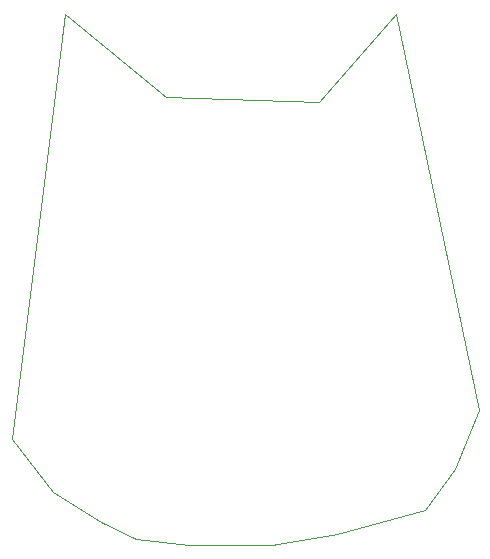
<source format=gm1>
G04 #@! TF.GenerationSoftware,KiCad,Pcbnew,9.0.1*
G04 #@! TF.CreationDate,2025-06-26T00:20:29+05:30*
G04 #@! TF.ProjectId,solder,736f6c64-6572-42e6-9b69-6361645f7063,rev?*
G04 #@! TF.SameCoordinates,Original*
G04 #@! TF.FileFunction,Profile,NP*
%FSLAX46Y46*%
G04 Gerber Fmt 4.6, Leading zero omitted, Abs format (unit mm)*
G04 Created by KiCad (PCBNEW 9.0.1) date 2025-06-26 00:20:29*
%MOMM*%
%LPD*%
G01*
G04 APERTURE LIST*
G04 #@! TA.AperFunction,Profile*
%ADD10C,0.050000*%
G04 #@! TD*
G04 APERTURE END LIST*
D10*
X169500000Y-113000000D02*
X167500000Y-118000000D01*
X165000000Y-121500000D01*
X157500000Y-123500000D01*
X152000000Y-124500000D01*
X145000000Y-124500000D01*
X140500000Y-124000000D01*
X137500000Y-122500000D01*
X133500000Y-120000000D01*
X130000000Y-115500000D01*
X134500000Y-79500000D01*
X143000000Y-86500000D01*
X156000000Y-87000000D01*
X162500000Y-79500000D01*
X169500000Y-113000000D01*
M02*

</source>
